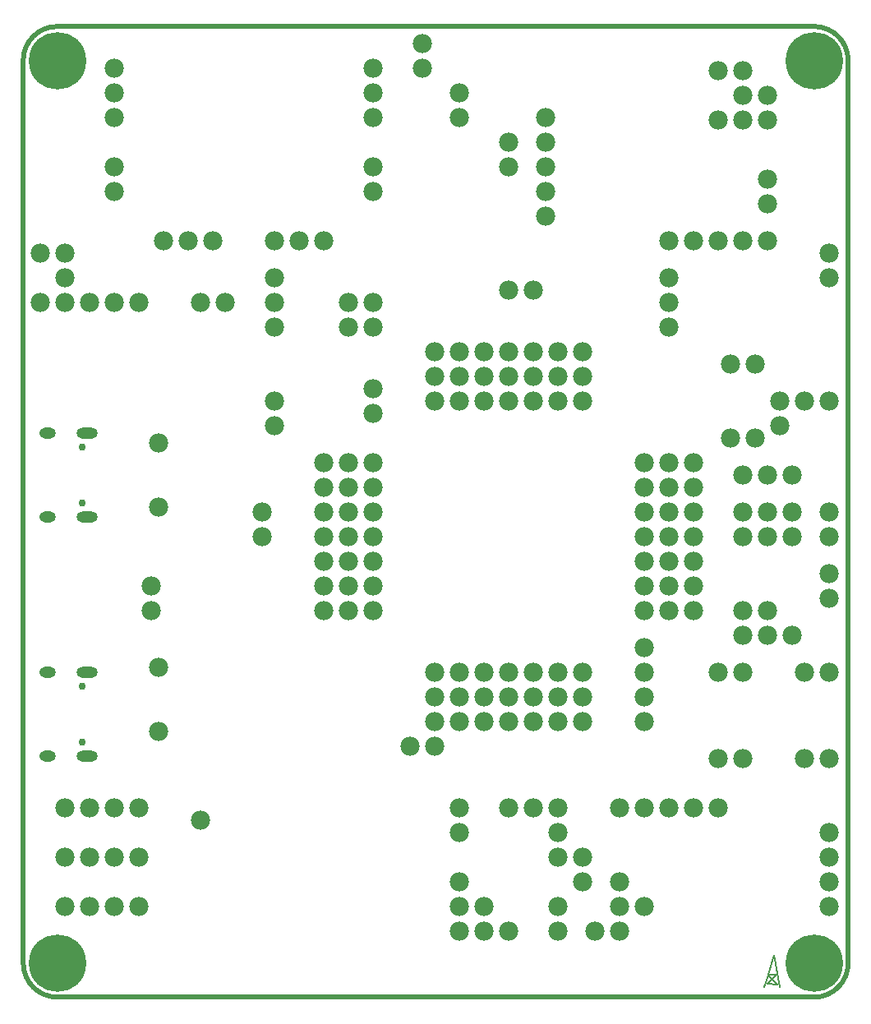
<source format=gbs>
G04*
G04 #@! TF.GenerationSoftware,Altium Limited,Altium Designer,19.1.5 (86)*
G04*
G04 Layer_Color=16711935*
%FSLAX25Y25*%
%MOIN*%
G70*
G01*
G75*
%ADD17C,0.00800*%
%ADD71C,0.02000*%
%ADD122C,0.07800*%
%ADD123C,0.23235*%
%ADD124C,0.04762*%
%ADD125C,0.02959*%
%ADD126O,0.06699X0.04337*%
%ADD127O,0.08668X0.04337*%
D17*
X107600Y-179600D02*
X110100Y-192600D01*
X105500Y-188200D02*
X109000Y-191800D01*
X105000Y-191500D02*
X109000Y-191800D01*
X105300Y-187600D02*
X108600Y-187900D01*
X105000Y-191500D02*
X108600Y-187900D01*
X105300Y-187600D02*
X107600Y-179600D01*
X103600Y-192600D02*
X105500Y-188200D01*
D71*
X-196850Y-183071D02*
G03*
X-183071Y-196850I13780J0D01*
G01*
X137795Y183071D02*
G03*
X124016Y196850I-13780J0D01*
G01*
X124016Y-196850D02*
G03*
X137795Y-183071I0J13780D01*
G01*
X-183071Y196850D02*
G03*
X-196850Y183071I0J-13780D01*
G01*
X-183071Y196850D02*
X124016D01*
X-183071Y-196850D02*
X124016Y-196850D01*
X137795Y-183071D02*
Y183071D01*
X-196850Y-183071D02*
X-196850Y183071D01*
D122*
X55000Y-85000D02*
D03*
Y-75000D02*
D03*
Y-65000D02*
D03*
Y-55000D02*
D03*
X-55000Y130000D02*
D03*
Y140000D02*
D03*
X-160000Y130000D02*
D03*
Y140000D02*
D03*
X-20000Y160000D02*
D03*
Y170000D02*
D03*
X-55000Y180000D02*
D03*
Y170000D02*
D03*
Y160000D02*
D03*
X-20000Y45000D02*
D03*
Y55000D02*
D03*
Y65000D02*
D03*
X55000Y20000D02*
D03*
X65000D02*
D03*
X75000D02*
D03*
X0Y-170000D02*
D03*
X-10000D02*
D03*
X-20000D02*
D03*
X15000Y140000D02*
D03*
Y150000D02*
D03*
Y160000D02*
D03*
X-55000Y85000D02*
D03*
X-65000D02*
D03*
X130000Y-160000D02*
D03*
Y-150000D02*
D03*
Y-140000D02*
D03*
Y-130000D02*
D03*
X20000Y-140000D02*
D03*
Y-130000D02*
D03*
Y-120000D02*
D03*
X-95000Y75000D02*
D03*
Y85000D02*
D03*
Y95000D02*
D03*
X45000Y-150000D02*
D03*
Y-160000D02*
D03*
X85000Y-120000D02*
D03*
X75000D02*
D03*
X65000D02*
D03*
X55000D02*
D03*
X115000Y15000D02*
D03*
X105000D02*
D03*
X95000D02*
D03*
X-145000Y-30000D02*
D03*
Y-40000D02*
D03*
X-170000Y85000D02*
D03*
X-180000D02*
D03*
X-190000D02*
D03*
X-150000D02*
D03*
X-160000D02*
D03*
X35000Y-170000D02*
D03*
X45000D02*
D03*
X-125000Y-125000D02*
D03*
X20000Y-160000D02*
D03*
Y-170000D02*
D03*
X-180000Y-160000D02*
D03*
X-170000D02*
D03*
X-160000D02*
D03*
X-150000D02*
D03*
X-20000Y-150000D02*
D03*
Y-160000D02*
D03*
X130000Y-10000D02*
D03*
Y0D02*
D03*
X-95000Y110000D02*
D03*
X-85000D02*
D03*
X-75000D02*
D03*
X-160000Y160000D02*
D03*
Y170000D02*
D03*
Y180000D02*
D03*
X-140000Y110000D02*
D03*
X-130000D02*
D03*
X-120000D02*
D03*
X20000Y-85000D02*
D03*
Y-75000D02*
D03*
Y-65000D02*
D03*
X30000Y-85000D02*
D03*
Y-75000D02*
D03*
Y-65000D02*
D03*
X-30000Y45000D02*
D03*
Y55000D02*
D03*
Y65000D02*
D03*
X-10000D02*
D03*
Y55000D02*
D03*
Y45000D02*
D03*
X-55000Y0D02*
D03*
X-65000D02*
D03*
X-75000D02*
D03*
X-55000Y-10000D02*
D03*
X-65000D02*
D03*
X-75000D02*
D03*
X-55000Y-20000D02*
D03*
X-65000D02*
D03*
X-75000D02*
D03*
X-55000Y-30000D02*
D03*
X-65000D02*
D03*
X-75000D02*
D03*
Y10000D02*
D03*
X-65000D02*
D03*
X-55000D02*
D03*
Y-40000D02*
D03*
X-65000D02*
D03*
X-75000D02*
D03*
Y20000D02*
D03*
X-65000D02*
D03*
X-55000D02*
D03*
X-30000Y-65000D02*
D03*
Y-75000D02*
D03*
Y-85000D02*
D03*
X-20000Y-65000D02*
D03*
Y-75000D02*
D03*
Y-85000D02*
D03*
X-10000Y-65000D02*
D03*
Y-75000D02*
D03*
Y-85000D02*
D03*
X0Y-65000D02*
D03*
Y-75000D02*
D03*
Y-85000D02*
D03*
X30000Y65000D02*
D03*
Y55000D02*
D03*
Y45000D02*
D03*
X10000Y-65000D02*
D03*
Y-75000D02*
D03*
Y-85000D02*
D03*
X20000Y65000D02*
D03*
Y55000D02*
D03*
Y45000D02*
D03*
X55000Y-40000D02*
D03*
X65000D02*
D03*
X75000D02*
D03*
X55000Y-30000D02*
D03*
X65000D02*
D03*
X75000D02*
D03*
X55000Y-20000D02*
D03*
X65000D02*
D03*
X75000D02*
D03*
X55000Y-10000D02*
D03*
X65000D02*
D03*
X75000D02*
D03*
X55000Y0D02*
D03*
X65000D02*
D03*
X75000D02*
D03*
X55000Y10000D02*
D03*
X65000D02*
D03*
X75000D02*
D03*
X0Y65000D02*
D03*
Y55000D02*
D03*
Y45000D02*
D03*
X105000Y110000D02*
D03*
X95000D02*
D03*
X85000D02*
D03*
X0Y140000D02*
D03*
Y150000D02*
D03*
Y90000D02*
D03*
X10000D02*
D03*
Y45000D02*
D03*
Y55000D02*
D03*
Y65000D02*
D03*
X-125000Y85000D02*
D03*
X-115000D02*
D03*
X65000Y75000D02*
D03*
Y85000D02*
D03*
X-95000Y45000D02*
D03*
Y35000D02*
D03*
X-55000Y40000D02*
D03*
Y50000D02*
D03*
X130000Y104969D02*
D03*
Y94968D02*
D03*
X-20000Y-120000D02*
D03*
Y-130000D02*
D03*
X10000Y-120000D02*
D03*
X0D02*
D03*
X-30000Y-95000D02*
D03*
X-40000D02*
D03*
X100000Y30000D02*
D03*
X90000D02*
D03*
X110000Y45000D02*
D03*
Y35000D02*
D03*
X105000Y135000D02*
D03*
Y125000D02*
D03*
X65000Y110000D02*
D03*
X75000D02*
D03*
X115000Y-50000D02*
D03*
X105000D02*
D03*
X95000D02*
D03*
Y-40000D02*
D03*
X105000D02*
D03*
X15000Y120000D02*
D03*
Y130000D02*
D03*
X130000Y-35000D02*
D03*
Y-25000D02*
D03*
X115000Y0D02*
D03*
Y-10000D02*
D03*
X85000Y179000D02*
D03*
X95000D02*
D03*
Y169000D02*
D03*
Y159000D02*
D03*
X105000Y169000D02*
D03*
Y159000D02*
D03*
X-65000Y75000D02*
D03*
X-55000D02*
D03*
X85000Y159000D02*
D03*
X45000Y-120000D02*
D03*
X55000Y-160000D02*
D03*
X120000Y45000D02*
D03*
X130000D02*
D03*
X100000Y60000D02*
D03*
X90000D02*
D03*
X-142000Y-63000D02*
D03*
Y-89000D02*
D03*
Y28000D02*
D03*
Y2000D02*
D03*
X95000Y-100000D02*
D03*
X85000D02*
D03*
X120000D02*
D03*
X130000D02*
D03*
Y-65000D02*
D03*
X120000D02*
D03*
X85000D02*
D03*
X95000D02*
D03*
X105000Y0D02*
D03*
Y-10000D02*
D03*
X95000Y0D02*
D03*
Y-10000D02*
D03*
X-100000D02*
D03*
Y0D02*
D03*
X-10000Y-160000D02*
D03*
X65000Y95000D02*
D03*
X-180000Y105000D02*
D03*
Y95000D02*
D03*
X-190000Y105000D02*
D03*
X-180000Y-140000D02*
D03*
X-170000D02*
D03*
X-160000D02*
D03*
X-150000D02*
D03*
X-180000Y-120000D02*
D03*
X-170000D02*
D03*
X-160000D02*
D03*
X-150000D02*
D03*
X-35000Y180000D02*
D03*
Y190000D02*
D03*
X30000Y-150000D02*
D03*
Y-140000D02*
D03*
D123*
X124016Y183071D02*
D03*
X-183071Y-183071D02*
D03*
X124016D02*
D03*
X-183071Y183071D02*
D03*
D124*
X115354D02*
D03*
X132677D02*
D03*
X124016Y174409D02*
D03*
Y191732D02*
D03*
X117913Y189173D02*
D03*
X130118D02*
D03*
X117913Y176969D02*
D03*
X130118D02*
D03*
X-191733Y-183071D02*
D03*
X-174410D02*
D03*
X-183071Y-191732D02*
D03*
Y-174409D02*
D03*
X-189174Y-176969D02*
D03*
X-176969D02*
D03*
X-189174Y-189173D02*
D03*
X-176969D02*
D03*
X115354Y-183071D02*
D03*
X132677D02*
D03*
X124016Y-191732D02*
D03*
Y-174409D02*
D03*
X117913Y-176969D02*
D03*
X130118D02*
D03*
X117913Y-189173D02*
D03*
X130118D02*
D03*
X-191733Y183071D02*
D03*
X-174410D02*
D03*
X-183071Y174409D02*
D03*
Y191732D02*
D03*
X-189174Y189173D02*
D03*
X-176969D02*
D03*
X-189174Y176969D02*
D03*
X-176969D02*
D03*
D125*
X-173063Y-70606D02*
D03*
Y-93362D02*
D03*
Y26394D02*
D03*
Y3638D02*
D03*
D126*
X-186843Y-64957D02*
D03*
Y-99012D02*
D03*
Y32043D02*
D03*
Y-2012D02*
D03*
D127*
X-171095Y-99012D02*
D03*
Y-64957D02*
D03*
Y-2012D02*
D03*
Y32043D02*
D03*
M02*

</source>
